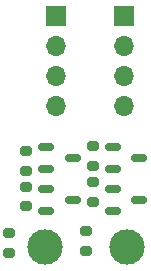
<source format=gbr>
%TF.GenerationSoftware,KiCad,Pcbnew,7.0.11*%
%TF.CreationDate,2025-12-11T10:01:47-05:00*%
%TF.ProjectId,clock_hbridge_fix,636c6f63-6b5f-4686-9272-696467655f66,rev?*%
%TF.SameCoordinates,Original*%
%TF.FileFunction,Soldermask,Top*%
%TF.FilePolarity,Negative*%
%FSLAX46Y46*%
G04 Gerber Fmt 4.6, Leading zero omitted, Abs format (unit mm)*
G04 Created by KiCad (PCBNEW 7.0.11) date 2025-12-11 10:01:47*
%MOMM*%
%LPD*%
G01*
G04 APERTURE LIST*
G04 Aperture macros list*
%AMRoundRect*
0 Rectangle with rounded corners*
0 $1 Rounding radius*
0 $2 $3 $4 $5 $6 $7 $8 $9 X,Y pos of 4 corners*
0 Add a 4 corners polygon primitive as box body*
4,1,4,$2,$3,$4,$5,$6,$7,$8,$9,$2,$3,0*
0 Add four circle primitives for the rounded corners*
1,1,$1+$1,$2,$3*
1,1,$1+$1,$4,$5*
1,1,$1+$1,$6,$7*
1,1,$1+$1,$8,$9*
0 Add four rect primitives between the rounded corners*
20,1,$1+$1,$2,$3,$4,$5,0*
20,1,$1+$1,$4,$5,$6,$7,0*
20,1,$1+$1,$6,$7,$8,$9,0*
20,1,$1+$1,$8,$9,$2,$3,0*%
G04 Aperture macros list end*
%ADD10RoundRect,0.200000X0.275000X-0.200000X0.275000X0.200000X-0.275000X0.200000X-0.275000X-0.200000X0*%
%ADD11C,3.000000*%
%ADD12R,1.700000X1.700000*%
%ADD13O,1.700000X1.700000*%
%ADD14RoundRect,0.200000X-0.275000X0.200000X-0.275000X-0.200000X0.275000X-0.200000X0.275000X0.200000X0*%
%ADD15RoundRect,0.150000X-0.512500X-0.150000X0.512500X-0.150000X0.512500X0.150000X-0.512500X0.150000X0*%
G04 APERTURE END LIST*
D10*
%TO.C,R5*%
X19387500Y-34550000D03*
X19387500Y-32900000D03*
%TD*%
D11*
%TO.C,TP2*%
X21000000Y-38000000D03*
%TD*%
%TO.C,TP1*%
X28000000Y-38000000D03*
%TD*%
D12*
%TO.C,J2*%
X22000000Y-18460000D03*
D13*
X22000000Y-21000000D03*
X22000000Y-23540000D03*
X22000000Y-26080000D03*
%TD*%
D12*
%TO.C,J1*%
X27750000Y-18500000D03*
D13*
X27750000Y-21040000D03*
X27750000Y-23580000D03*
X27750000Y-26120000D03*
%TD*%
D14*
%TO.C,R6*%
X18000000Y-36850000D03*
X18000000Y-38500000D03*
%TD*%
%TO.C,R4*%
X19387500Y-29900000D03*
X19387500Y-31550000D03*
%TD*%
%TO.C,R3*%
X25100000Y-32550000D03*
X25100000Y-34200000D03*
%TD*%
D10*
%TO.C,R2*%
X25100000Y-31125000D03*
X25100000Y-29475000D03*
%TD*%
%TO.C,R1*%
X24500000Y-38325000D03*
X24500000Y-36675000D03*
%TD*%
D15*
%TO.C,Q4*%
X23387500Y-34050000D03*
X21112500Y-35000000D03*
X21112500Y-33100000D03*
%TD*%
%TO.C,Q3*%
X21112500Y-29550000D03*
X21112500Y-31450000D03*
X23387500Y-30500000D03*
%TD*%
%TO.C,Q2*%
X26750000Y-33100000D03*
X26750000Y-35000000D03*
X29025000Y-34050000D03*
%TD*%
%TO.C,Q1*%
X26750000Y-29550000D03*
X26750000Y-31450000D03*
X29025000Y-30500000D03*
%TD*%
M02*

</source>
